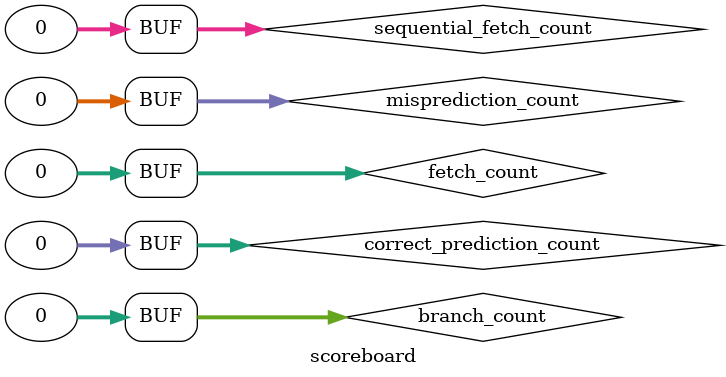
<source format=sv>
module scoreboard;
    
    integer fetch_count;
    integer branch_count;
    integer misprediction_count;
    integer correct_prediction_count;
    integer sequential_fetch_count;
    
    initial begin
        fetch_count = 0;
        branch_count = 0;
        misprediction_count = 0;
        correct_prediction_count = 0;
        sequential_fetch_count = 0;
    end
    
    task record_fetch;
        input [31:0] pc;
        input [31:0] instruction;
        begin
            fetch_count = fetch_count + 1;
            $display("[SCOREBOARD] Fetch #%0d: PC=0x%h, Instruction=0x%h", 
                     fetch_count, pc, instruction);
        end
    endtask
    
    task record_branch;
        input taken;
        input [31:0] target;
        begin
            branch_count = branch_count + 1;
            if (taken)
                $display("[SCOREBOARD] Branch #%0d: TAKEN, Target=0x%h", 
                         branch_count, target);
            else
                $display("[SCOREBOARD] Branch #%0d: NOT TAKEN", branch_count);
        end
    endtask
    
    task record_prediction;
        input correct;
        begin
            if (correct) begin
                correct_prediction_count = correct_prediction_count + 1;
                $display("[SCOREBOARD] Prediction: CORRECT");
            end else begin
                misprediction_count = misprediction_count + 1;
                $display("[SCOREBOARD] Prediction: MISPREDICTED");
            end
        end
    endtask
    
    task print_statistics;
        begin
            $display("\n========================================");
            $display("VERIFICATION STATISTICS");
            $display("========================================");
            $display("Total Fetches:          %0d", fetch_count);
            $display("Total Branches:         %0d", branch_count);
            $display("Correct Predictions:    %0d", correct_prediction_count);
            $display("Mispredictions:         %0d", misprediction_count);
            if (branch_count > 0)
                $display("Prediction Accuracy:    %.2f%%", 
                         (correct_prediction_count * 100.0) / branch_count);
            $display("Sequential Fetches:     %0d", sequential_fetch_count);
            $display("========================================\n");
        end
    endtask

endmodule
</source>
